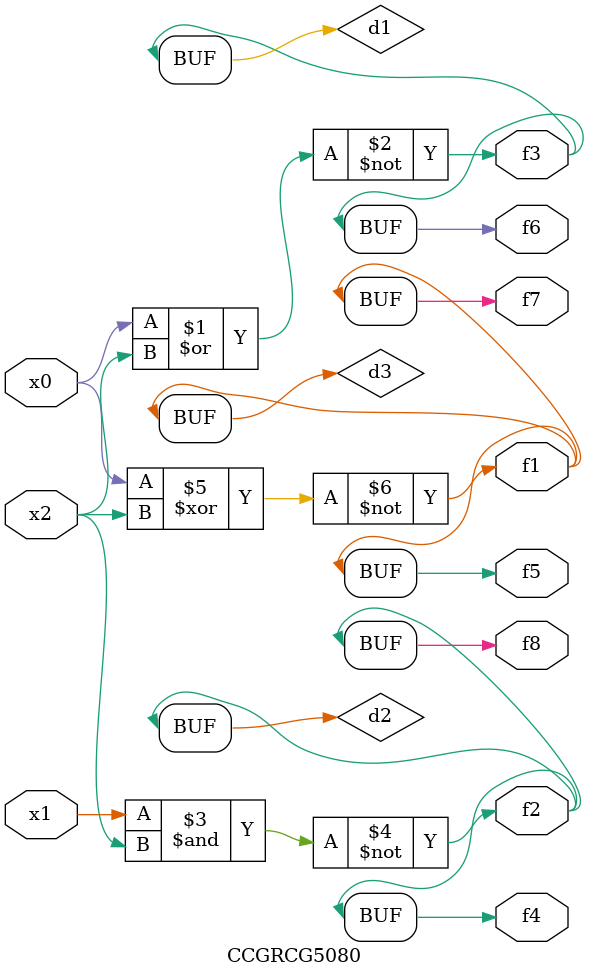
<source format=v>
module CCGRCG5080(
	input x0, x1, x2,
	output f1, f2, f3, f4, f5, f6, f7, f8
);

	wire d1, d2, d3;

	nor (d1, x0, x2);
	nand (d2, x1, x2);
	xnor (d3, x0, x2);
	assign f1 = d3;
	assign f2 = d2;
	assign f3 = d1;
	assign f4 = d2;
	assign f5 = d3;
	assign f6 = d1;
	assign f7 = d3;
	assign f8 = d2;
endmodule

</source>
